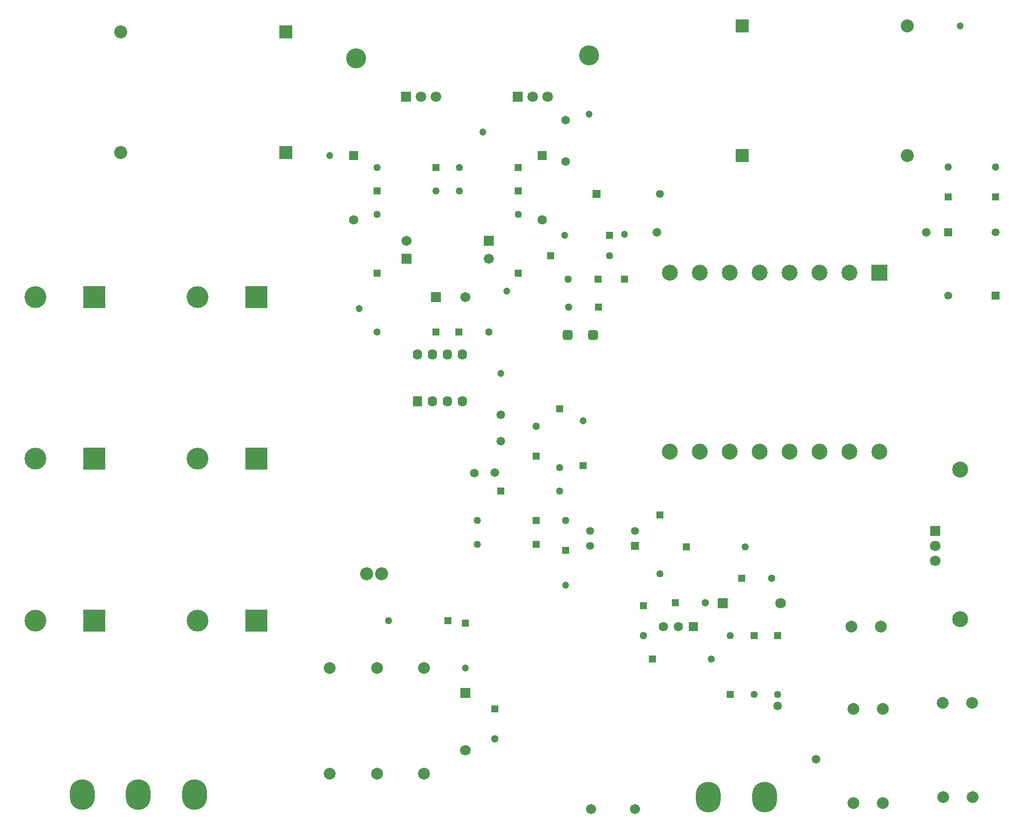
<source format=gbr>
G04*
G04 #@! TF.GenerationSoftware,Altium Limited,Altium Designer,23.6.0 (18)*
G04*
G04 Layer_Color=8388736*
%FSLAX44Y44*%
%MOMM*%
G71*
G04*
G04 #@! TF.SameCoordinates,1F3C283D-9475-48EB-A570-AF6A427DC10D*
G04*
G04*
G04 #@! TF.FilePolarity,Negative*
G04*
G01*
G75*
%ADD15C,2.7032*%
%ADD16R,1.8032X1.8032*%
%ADD17C,1.8032*%
%ADD18R,1.8032X1.8032*%
%ADD19C,3.4032*%
%ADD20C,2.0032*%
%ADD21C,1.2500*%
%ADD22R,1.2500X1.2500*%
G04:AMPARAMS|DCode=23|XSize=1.6032mm|YSize=1.6032mm|CornerRadius=0.1506mm|HoleSize=0mm|Usage=FLASHONLY|Rotation=270.000|XOffset=0mm|YOffset=0mm|HoleType=Round|Shape=RoundedRectangle|*
%AMROUNDEDRECTD23*
21,1,1.6032,1.3020,0,0,270.0*
21,1,1.3020,1.6032,0,0,270.0*
1,1,0.3012,-0.6510,-0.6510*
1,1,0.3012,-0.6510,0.6510*
1,1,0.3012,0.6510,0.6510*
1,1,0.3012,0.6510,-0.6510*
%
%ADD23ROUNDEDRECTD23*%
%ADD24C,1.6032*%
%ADD25R,2.2032X2.2032*%
%ADD26C,2.2032*%
%ADD27C,3.7032*%
%ADD28R,3.7032X3.7032*%
%ADD29C,1.2032*%
%ADD30R,1.6000X1.8000*%
%ADD31O,1.6000X1.8000*%
%ADD32R,1.2500X1.2500*%
%ADD33C,1.6000*%
%ADD34R,1.6000X1.6000*%
%ADD35R,1.3000X1.3000*%
%ADD36C,1.3000*%
%ADD37R,1.7032X1.7032*%
%ADD38C,1.7032*%
%ADD39R,1.7032X1.7032*%
%ADD40R,2.7032X2.7032*%
%ADD41R,1.8000X1.8000*%
%ADD42C,1.8000*%
%ADD43R,1.3000X1.3000*%
%ADD44C,1.2000*%
%ADD45R,1.2000X1.2000*%
%ADD46R,1.3500X1.3500*%
%ADD47C,1.3500*%
%ADD48R,1.2000X1.2000*%
G04:AMPARAMS|DCode=49|XSize=1.7272mm|YSize=1.7272mm|CornerRadius=0.4826mm|HoleSize=0mm|Usage=FLASHONLY|Rotation=0.000|XOffset=0mm|YOffset=0mm|HoleType=Round|Shape=RoundedRectangle|*
%AMROUNDEDRECTD49*
21,1,1.7272,0.7620,0,0,0.0*
21,1,0.7620,1.7272,0,0,0.0*
1,1,0.9652,0.3810,-0.3810*
1,1,0.9652,-0.3810,-0.3810*
1,1,0.9652,-0.3810,0.3810*
1,1,0.9652,0.3810,0.3810*
%
%ADD49ROUNDEDRECTD49*%
%ADD50R,1.8000X1.8000*%
%ADD51O,4.2032X5.2032*%
%ADD52R,1.3500X1.3500*%
%ADD53C,1.4732*%
D15*
X1940000Y643000D02*
D03*
Y897000D02*
D03*
X1802500Y927500D02*
D03*
X1751700D02*
D03*
X1700900D02*
D03*
X1650100D02*
D03*
X1599300D02*
D03*
X1548500D02*
D03*
X1497700D02*
D03*
X1446900D02*
D03*
Y1231500D02*
D03*
X1497700D02*
D03*
X1548500D02*
D03*
X1599300D02*
D03*
X1650100D02*
D03*
X1700900D02*
D03*
X1751700D02*
D03*
D16*
X1897500Y792900D02*
D03*
D17*
Y767500D02*
D03*
Y742100D02*
D03*
X1050400Y1530000D02*
D03*
X1025000D02*
D03*
X1214600Y1530000D02*
D03*
X1240000D02*
D03*
D18*
X999600Y1530000D02*
D03*
X1189200Y1530000D02*
D03*
D19*
X1310000Y1600000D02*
D03*
X915000Y1595000D02*
D03*
D20*
X1030000Y560000D02*
D03*
Y380000D02*
D03*
X950000D02*
D03*
Y560000D02*
D03*
X870000D02*
D03*
Y380000D02*
D03*
X1960000Y500000D02*
D03*
X1910000D02*
D03*
X1809044Y329970D02*
D03*
X1759044D02*
D03*
X1755000Y630000D02*
D03*
X1805000D02*
D03*
X1911485Y339970D02*
D03*
X1961485D02*
D03*
X1759045Y490000D02*
D03*
X1809045D02*
D03*
D21*
X1550000Y615000D02*
D03*
X1517500Y575000D02*
D03*
X950000Y1330000D02*
D03*
X1050000Y1370000D02*
D03*
X1430000Y720000D02*
D03*
X970000Y640000D02*
D03*
X1120000Y810000D02*
D03*
Y770000D02*
D03*
X1260000Y860000D02*
D03*
X1345000Y1260000D02*
D03*
X1190000Y1330000D02*
D03*
X1090000Y1410000D02*
D03*
Y1370000D02*
D03*
X1260000Y900000D02*
D03*
X950000Y1130000D02*
D03*
X1590000Y515000D02*
D03*
X1630000Y515000D02*
D03*
X1575000Y765000D02*
D03*
X950000Y1410000D02*
D03*
D22*
X1550000Y515000D02*
D03*
X950000Y1230000D02*
D03*
X1430000Y820000D02*
D03*
X1190000Y1230000D02*
D03*
X1260000Y1000000D02*
D03*
X1590000Y615000D02*
D03*
X1630000Y615000D02*
D03*
D23*
X1487305Y630185D02*
D03*
D24*
X1436505D02*
D03*
X1461905D02*
D03*
D25*
X795000Y1640000D02*
D03*
Y1435000D02*
D03*
X1570000Y1430000D02*
D03*
Y1650000D02*
D03*
D26*
X515000Y1640000D02*
D03*
Y1435000D02*
D03*
X1850000Y1430000D02*
D03*
Y1650000D02*
D03*
X932300Y720000D02*
D03*
X957700D02*
D03*
D27*
X370000Y640000D02*
D03*
Y915000D02*
D03*
X645000Y640000D02*
D03*
Y915000D02*
D03*
X370000Y1190000D02*
D03*
X645000D02*
D03*
D28*
X470000Y640000D02*
D03*
Y915000D02*
D03*
X745000Y640000D02*
D03*
Y915000D02*
D03*
X470000Y1190000D02*
D03*
X745000D02*
D03*
D29*
X1310000Y1500000D02*
D03*
X1270000Y700000D02*
D03*
X870000Y1430000D02*
D03*
X1170000Y1200000D02*
D03*
X1940000Y1650000D02*
D03*
X1130000Y1470000D02*
D03*
X920000Y1170000D02*
D03*
X1160000Y1060000D02*
D03*
D30*
X1018600Y1012600D02*
D03*
D31*
X1044000D02*
D03*
X1069400D02*
D03*
X1094800D02*
D03*
Y1092000D02*
D03*
X1069400D02*
D03*
X1044000D02*
D03*
X1018600D02*
D03*
D32*
X1417500Y575000D02*
D03*
X950000Y1370000D02*
D03*
X1070000Y640000D02*
D03*
X1220000Y810000D02*
D03*
Y770000D02*
D03*
X1160000Y860000D02*
D03*
X1245000Y1260000D02*
D03*
X1190000Y1410000D02*
D03*
Y1370000D02*
D03*
X1050000Y1130000D02*
D03*
X1475000Y765000D02*
D03*
X1050000Y1410000D02*
D03*
D33*
X910000Y1321140D02*
D03*
X1230000D02*
D03*
D34*
X910000Y1430000D02*
D03*
X1230000D02*
D03*
D35*
X1089200Y1130000D02*
D03*
X1569200Y712500D02*
D03*
X1325800Y1172500D02*
D03*
X1325000Y1220000D02*
D03*
X1456905Y670185D02*
D03*
D36*
X1140000Y1130000D02*
D03*
X1620000Y712500D02*
D03*
X1150000Y439200D02*
D03*
X1270000Y810000D02*
D03*
X1275000Y1172500D02*
D03*
X1274200Y1220000D02*
D03*
X1220000Y970000D02*
D03*
X1401905Y614385D02*
D03*
X1507705Y670185D02*
D03*
X2000000Y1410800D02*
D03*
X1920000D02*
D03*
D37*
X1050000Y1190000D02*
D03*
D38*
X1100000D02*
D03*
X1000000Y1285000D02*
D03*
X1140000Y1255000D02*
D03*
X1313000Y320000D02*
D03*
X1388000D02*
D03*
D39*
X1000000Y1255000D02*
D03*
X1140000Y1285000D02*
D03*
D40*
X1802500Y1231500D02*
D03*
D41*
X1100000Y517760D02*
D03*
D42*
Y420000D02*
D03*
X1635000Y670000D02*
D03*
D43*
X1150000Y490000D02*
D03*
X1270000Y759200D02*
D03*
X1220000Y919200D02*
D03*
X1401905Y665185D02*
D03*
X2000000Y1360000D02*
D03*
X1920000D02*
D03*
D44*
X1100000Y560000D02*
D03*
X1370000Y1296260D02*
D03*
X1268740Y1295000D02*
D03*
X1300000Y980000D02*
D03*
D45*
X1100000Y636260D02*
D03*
X1370000Y1220000D02*
D03*
X1300000Y903740D02*
D03*
D46*
X1388100Y767300D02*
D03*
X1322500Y1365000D02*
D03*
D47*
X1388100Y792700D02*
D03*
X1311900D02*
D03*
Y767300D02*
D03*
X1430000Y1365000D02*
D03*
X1920000Y1192500D02*
D03*
X2000000Y1300000D02*
D03*
D48*
X1345000Y1295000D02*
D03*
D49*
X1273530Y1125000D02*
D03*
X1316470D02*
D03*
D50*
X1537240Y670000D02*
D03*
D51*
X1607625Y340000D02*
D03*
X1512375D02*
D03*
X640255Y345000D02*
D03*
X449750D02*
D03*
X545000D02*
D03*
D52*
X1920000Y1300000D02*
D03*
X2000000Y1192500D02*
D03*
D53*
X1425000Y1300000D02*
D03*
X1882500D02*
D03*
X1695000Y405000D02*
D03*
X1630000Y495000D02*
D03*
X1150350Y891352D02*
D03*
X1115000Y891000D02*
D03*
X1160000Y945000D02*
D03*
Y990000D02*
D03*
X1270000Y1420000D02*
D03*
Y1490000D02*
D03*
M02*

</source>
